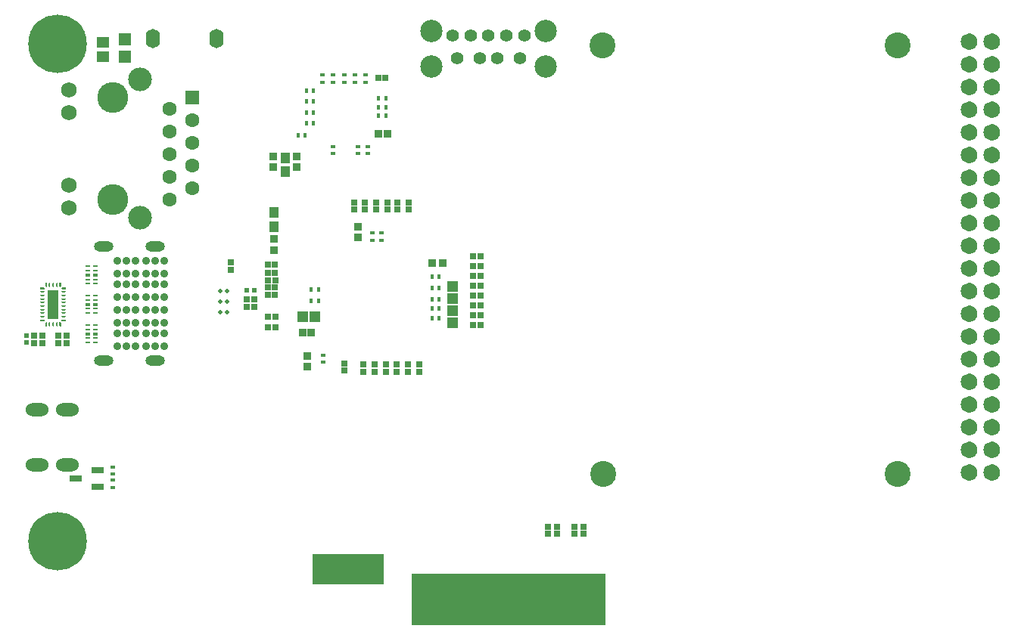
<source format=gbs>
G04*
G04 #@! TF.GenerationSoftware,Altium Limited,Altium Designer,24.6.1 (21)*
G04*
G04 Layer_Color=16711935*
%FSLAX44Y44*%
%MOMM*%
G71*
G04*
G04 #@! TF.SameCoordinates,8A5C2320-89B1-46AE-BF24-1CDB1CC95B2A*
G04*
G04*
G04 #@! TF.FilePolarity,Negative*
G04*
G01*
G75*
%ADD35R,0.5000X0.4000*%
G04:AMPARAMS|DCode=45|XSize=0.2mm|YSize=0.5mm|CornerRadius=0.05mm|HoleSize=0mm|Usage=FLASHONLY|Rotation=180.000|XOffset=0mm|YOffset=0mm|HoleType=Round|Shape=RoundedRectangle|*
%AMROUNDEDRECTD45*
21,1,0.2000,0.4000,0,0,180.0*
21,1,0.1000,0.5000,0,0,180.0*
1,1,0.1000,-0.0500,0.2000*
1,1,0.1000,0.0500,0.2000*
1,1,0.1000,0.0500,-0.2000*
1,1,0.1000,-0.0500,-0.2000*
%
%ADD45ROUNDEDRECTD45*%
G04:AMPARAMS|DCode=46|XSize=0.5mm|YSize=0.2mm|CornerRadius=0.05mm|HoleSize=0mm|Usage=FLASHONLY|Rotation=180.000|XOffset=0mm|YOffset=0mm|HoleType=Round|Shape=RoundedRectangle|*
%AMROUNDEDRECTD46*
21,1,0.5000,0.1000,0,0,180.0*
21,1,0.4000,0.2000,0,0,180.0*
1,1,0.1000,-0.2000,0.0500*
1,1,0.1000,0.2000,0.0500*
1,1,0.1000,0.2000,-0.0500*
1,1,0.1000,-0.2000,-0.0500*
%
%ADD46ROUNDEDRECTD46*%
G04:AMPARAMS|DCode=47|XSize=0.565mm|YSize=0.2mm|CornerRadius=0.05mm|HoleSize=0mm|Usage=FLASHONLY|Rotation=0.000|XOffset=0mm|YOffset=0mm|HoleType=Round|Shape=RoundedRectangle|*
%AMROUNDEDRECTD47*
21,1,0.5650,0.1000,0,0,0.0*
21,1,0.4650,0.2000,0,0,0.0*
1,1,0.1000,0.2325,-0.0500*
1,1,0.1000,-0.2325,-0.0500*
1,1,0.1000,-0.2325,0.0500*
1,1,0.1000,0.2325,0.0500*
%
%ADD47ROUNDEDRECTD47*%
%ADD63R,0.9051X0.9062*%
%ADD67R,0.4000X0.5000*%
%ADD76R,0.9062X0.9051*%
%ADD79R,0.5200X0.5200*%
%ADD89C,0.0000*%
%ADD90R,8.0000X3.4500*%
%ADD91R,21.7000X5.8500*%
%ADD93R,0.9144X4.3942*%
%ADD103R,0.7532X0.7532*%
G04:AMPARAMS|DCode=105|XSize=1.2mm|YSize=3.2mm|CornerRadius=0.048mm|HoleSize=0mm|Usage=FLASHONLY|Rotation=180.000|XOffset=0mm|YOffset=0mm|HoleType=Round|Shape=RoundedRectangle|*
%AMROUNDEDRECTD105*
21,1,1.2000,3.1040,0,0,180.0*
21,1,1.1040,3.2000,0,0,180.0*
1,1,0.0960,-0.5520,1.5520*
1,1,0.0960,0.5520,1.5520*
1,1,0.0960,0.5520,-1.5520*
1,1,0.0960,-0.5520,-1.5520*
%
%ADD105ROUNDEDRECTD105*%
G04:AMPARAMS|DCode=106|XSize=0.565mm|YSize=0.4mm|CornerRadius=0.05mm|HoleSize=0mm|Usage=FLASHONLY|Rotation=0.000|XOffset=0mm|YOffset=0mm|HoleType=Round|Shape=RoundedRectangle|*
%AMROUNDEDRECTD106*
21,1,0.5650,0.3000,0,0,0.0*
21,1,0.4650,0.4000,0,0,0.0*
1,1,0.1000,0.2325,-0.1500*
1,1,0.1000,-0.2325,-0.1500*
1,1,0.1000,-0.2325,0.1500*
1,1,0.1000,0.2325,0.1500*
%
%ADD106ROUNDEDRECTD106*%
%ADD107R,0.9032X0.8532*%
%ADD117R,0.6532X0.6532*%
%ADD118R,0.6532X0.6532*%
%ADD120R,0.8532X0.8532*%
%ADD123R,0.8032X0.7532*%
%ADD125O,2.2032X1.1176*%
%ADD126C,1.4112*%
%ADD127C,2.5032*%
%ADD128C,6.5532*%
G04:AMPARAMS|DCode=129|XSize=1.5mm|YSize=2.55mm|CornerRadius=0.75mm|HoleSize=0mm|Usage=FLASHONLY|Rotation=270.000|XOffset=0mm|YOffset=0mm|HoleType=Round|Shape=RoundedRectangle|*
%AMROUNDEDRECTD129*
21,1,1.5000,1.0500,0,0,270.0*
21,1,0.0000,2.5500,0,0,270.0*
1,1,1.5000,-0.5250,0.0000*
1,1,1.5000,-0.5250,0.0000*
1,1,1.5000,0.5250,0.0000*
1,1,1.5000,0.5250,0.0000*
%
%ADD129ROUNDEDRECTD129*%
%ADD130C,0.9032*%
%ADD131C,1.8232*%
%ADD132C,1.7332*%
%ADD133C,1.6012*%
%ADD134O,1.6032X2.1532*%
%ADD135R,1.6012X1.6012*%
%ADD136C,2.6482*%
%ADD137C,3.4532*%
%ADD138C,2.9032*%
%ADD139C,0.5000*%
%ADD170R,1.0582X1.3061*%
%ADD173R,1.3062X1.1544*%
%ADD175R,0.5200X0.5200*%
%ADD176R,1.1544X1.3062*%
%ADD178R,1.4621X1.3549*%
%ADD179R,1.4562X1.3046*%
%ADD182R,0.9144X3.4036*%
%ADD183R,1.4532X0.8032*%
%ADD184R,0.7532X0.7532*%
%ADD185R,0.7532X0.8032*%
%ADD186R,0.7032X0.6532*%
%ADD187R,0.7432X0.7832*%
G36*
X35500Y294500D02*
X35599D01*
X35783Y294424D01*
X35924Y294283D01*
X36000Y294099D01*
Y294000D01*
X36000D01*
Y290000D01*
X36000Y289900D01*
X35924Y289717D01*
X35783Y289576D01*
X35599Y289500D01*
X35500D01*
Y289500D01*
X34500Y289500D01*
X34400Y289500D01*
X34217Y289576D01*
X34076Y289717D01*
X34000Y289900D01*
X34000Y290000D01*
Y293600D01*
X34900Y294500D01*
X35500Y294500D01*
D02*
G37*
G36*
X33000Y297000D02*
X33099D01*
X33283Y296924D01*
X33424Y296783D01*
X33500Y296599D01*
Y296500D01*
X33500Y295900D01*
X32600Y295000D01*
X29000D01*
Y295000D01*
X28900Y295000D01*
X28717Y295076D01*
X28576Y295217D01*
X28500Y295401D01*
X28500Y295500D01*
X28500Y296500D01*
Y296599D01*
X28576Y296783D01*
X28717Y296924D01*
X28901Y297000D01*
X29000Y297000D01*
X33000Y297000D01*
Y297000D01*
D02*
G37*
G36*
X52000Y293600D02*
Y290000D01*
X52000D01*
X52000Y289900D01*
X51924Y289717D01*
X51783Y289576D01*
X51599Y289500D01*
X51500Y289500D01*
X50500Y289500D01*
X50401D01*
X50217Y289576D01*
X50076Y289717D01*
X50000Y289901D01*
X50000Y290000D01*
X50000Y294000D01*
Y294099D01*
X50076Y294283D01*
X50217Y294424D01*
X50401Y294500D01*
X50500D01*
X51100Y294500D01*
X52000Y293600D01*
D02*
G37*
G36*
X57000Y297000D02*
X57099Y297000D01*
X57283Y296924D01*
X57424Y296783D01*
X57500Y296599D01*
Y296500D01*
X57500D01*
X57500Y295500D01*
X57500Y295401D01*
X57424Y295217D01*
X57283Y295076D01*
X57099Y295000D01*
X57000Y295000D01*
X57000Y295000D01*
X53400D01*
X52500Y295900D01*
Y296500D01*
Y296599D01*
X52576Y296783D01*
X52717Y296924D01*
X52901Y297000D01*
X53000D01*
X53000Y297000D01*
X57000Y297000D01*
D02*
G37*
G36*
X29000Y333000D02*
X32600D01*
X33500Y332100D01*
X33500Y331500D01*
Y331401D01*
X33424Y331217D01*
X33283Y331076D01*
X33099Y331000D01*
X33000D01*
Y331000D01*
X29000D01*
X28901Y331000D01*
X28717Y331076D01*
X28576Y331217D01*
X28500Y331401D01*
Y331500D01*
Y331500D01*
X28500Y332500D01*
X28500Y332599D01*
X28576Y332783D01*
X28717Y332924D01*
X28900Y333000D01*
X29000Y333000D01*
D02*
G37*
G36*
X34500Y338500D02*
X35500Y338500D01*
Y338500D01*
X35599D01*
X35783Y338424D01*
X35924Y338283D01*
X36000Y338099D01*
X36000Y338000D01*
Y334000D01*
X36000Y334000D01*
Y333901D01*
X35924Y333717D01*
X35783Y333576D01*
X35599Y333500D01*
X34900D01*
X34000Y334400D01*
Y338000D01*
X34000Y338100D01*
X34076Y338283D01*
X34217Y338424D01*
X34400Y338500D01*
X34500Y338500D01*
D02*
G37*
G36*
X51783Y338424D02*
X51924Y338283D01*
X52000Y338100D01*
X52000Y338000D01*
X52000Y338000D01*
Y334400D01*
X51100Y333500D01*
X50401D01*
X50217Y333576D01*
X50076Y333717D01*
X50000Y333901D01*
Y334000D01*
Y334000D01*
X50000Y338000D01*
X50000Y338099D01*
X50076Y338283D01*
X50217Y338424D01*
X50401Y338500D01*
X50500D01*
X50500Y338500D01*
X51500Y338500D01*
X51599Y338500D01*
X51783Y338424D01*
D02*
G37*
G36*
X57283Y332924D02*
X57424Y332783D01*
X57500Y332599D01*
X57500Y332500D01*
X57500Y331500D01*
X57500Y331500D01*
Y331401D01*
X57424Y331217D01*
X57283Y331076D01*
X57099Y331000D01*
X57000Y331000D01*
X53000D01*
X53000Y331000D01*
X52901D01*
X52717Y331076D01*
X52576Y331217D01*
X52500Y331401D01*
Y331500D01*
Y332100D01*
X53400Y333000D01*
X57000D01*
X57099Y333000D01*
X57283Y332924D01*
D02*
G37*
G36*
X35500Y294500D02*
X35599D01*
X35783Y294424D01*
X35924Y294283D01*
X36000Y294099D01*
Y294000D01*
X36000D01*
Y290000D01*
X36000Y289900D01*
X35924Y289717D01*
X35783Y289576D01*
X35599Y289500D01*
X35500D01*
Y289500D01*
X34500Y289500D01*
X34400Y289500D01*
X34217Y289576D01*
X34076Y289717D01*
X34000Y289900D01*
X34000Y290000D01*
Y293600D01*
X34900Y294500D01*
X35500Y294500D01*
D02*
G37*
G36*
X52000Y293600D02*
Y290000D01*
X52000D01*
X52000Y289900D01*
X51924Y289717D01*
X51783Y289576D01*
X51599Y289500D01*
X51500Y289500D01*
X50500Y289500D01*
X50401D01*
X50217Y289576D01*
X50076Y289717D01*
X50000Y289901D01*
X50000Y290000D01*
X50000Y294000D01*
Y294099D01*
X50076Y294283D01*
X50217Y294424D01*
X50401Y294500D01*
X50500D01*
X51100Y294500D01*
X52000Y293600D01*
D02*
G37*
G36*
X34500Y338500D02*
X35500Y338500D01*
Y338500D01*
X35599D01*
X35783Y338424D01*
X35924Y338283D01*
X36000Y338099D01*
X36000Y338000D01*
Y334000D01*
X36000Y334000D01*
Y333901D01*
X35924Y333717D01*
X35783Y333576D01*
X35599Y333500D01*
X34900D01*
X34000Y334400D01*
Y338000D01*
X34000Y338100D01*
X34076Y338283D01*
X34217Y338424D01*
X34400Y338500D01*
X34500Y338500D01*
D02*
G37*
G36*
X51783Y338424D02*
X51924Y338283D01*
X52000Y338100D01*
X52000Y338000D01*
X52000Y338000D01*
Y334400D01*
X51100Y333500D01*
X50401D01*
X50217Y333576D01*
X50076Y333717D01*
X50000Y333901D01*
Y334000D01*
Y334000D01*
X50000Y338000D01*
X50000Y338099D01*
X50076Y338283D01*
X50217Y338424D01*
X50401Y338500D01*
X50500D01*
X50500Y338500D01*
X51500Y338500D01*
X51599Y338500D01*
X51783Y338424D01*
D02*
G37*
G36*
X33000Y297000D02*
X33099D01*
X33283Y296924D01*
X33424Y296783D01*
X33500Y296599D01*
Y296500D01*
X33500Y295900D01*
X32600Y295000D01*
X29000D01*
Y295000D01*
X28900Y295000D01*
X28717Y295076D01*
X28576Y295217D01*
X28500Y295401D01*
X28500Y295500D01*
X28500Y296500D01*
Y296599D01*
X28576Y296783D01*
X28717Y296924D01*
X28901Y297000D01*
X29000Y297000D01*
X33000Y297000D01*
Y297000D01*
D02*
G37*
G36*
X29000Y333000D02*
X32600D01*
X33500Y332100D01*
X33500Y331500D01*
Y331401D01*
X33424Y331217D01*
X33283Y331076D01*
X33099Y331000D01*
X33000D01*
Y331000D01*
X29000D01*
X28901Y331000D01*
X28717Y331076D01*
X28576Y331217D01*
X28500Y331401D01*
Y331500D01*
Y331500D01*
X28500Y332500D01*
X28500Y332599D01*
X28576Y332783D01*
X28717Y332924D01*
X28900Y333000D01*
X29000Y333000D01*
D02*
G37*
G36*
X57000Y297000D02*
X57099Y297000D01*
X57283Y296924D01*
X57424Y296783D01*
X57500Y296599D01*
Y296500D01*
X57500D01*
X57500Y295500D01*
X57500Y295401D01*
X57424Y295217D01*
X57283Y295076D01*
X57099Y295000D01*
X57000Y295000D01*
X57000Y295000D01*
X53400D01*
X52500Y295900D01*
Y296500D01*
Y296599D01*
X52576Y296783D01*
X52717Y296924D01*
X52901Y297000D01*
X53000D01*
X53000Y297000D01*
X57000Y297000D01*
D02*
G37*
G36*
X57283Y332924D02*
X57424Y332783D01*
X57500Y332599D01*
X57500Y332500D01*
X57500Y331500D01*
X57500Y331500D01*
Y331401D01*
X57424Y331217D01*
X57283Y331076D01*
X57099Y331000D01*
X57000Y331000D01*
X53000D01*
X53000Y331000D01*
X52901D01*
X52717Y331076D01*
X52576Y331217D01*
X52500Y331401D01*
Y331500D01*
Y332100D01*
X53400Y333000D01*
X57000D01*
X57099Y333000D01*
X57283Y332924D01*
D02*
G37*
G54D35*
X109500Y132000D02*
D03*
Y124000D02*
D03*
Y109000D02*
D03*
Y117000D02*
D03*
X392750Y570750D02*
D03*
X368750D02*
D03*
X384000Y483000D02*
D03*
X356500Y570750D02*
D03*
X400000Y386000D02*
D03*
X392750Y562750D02*
D03*
X380750D02*
D03*
X368750D02*
D03*
X356500D02*
D03*
X356000Y491000D02*
D03*
X410000Y394000D02*
D03*
X395000Y491000D02*
D03*
X400000Y394000D02*
D03*
X384000Y491000D02*
D03*
X344500Y562750D02*
D03*
X345000Y249000D02*
D03*
X410000Y386000D02*
D03*
X345000Y257000D02*
D03*
X380750Y570750D02*
D03*
X395000Y483000D02*
D03*
X344500Y570750D02*
D03*
X356000Y483000D02*
D03*
G54D45*
X39000Y336000D02*
D03*
X43000D02*
D03*
X47000D02*
D03*
Y292000D02*
D03*
X43000D02*
D03*
X39000D02*
D03*
G54D46*
X31000Y300000D02*
D03*
Y304000D02*
D03*
Y308000D02*
D03*
Y312000D02*
D03*
Y316000D02*
D03*
Y320000D02*
D03*
Y324000D02*
D03*
Y328000D02*
D03*
X55000D02*
D03*
Y324000D02*
D03*
Y320000D02*
D03*
Y316000D02*
D03*
Y312000D02*
D03*
Y308000D02*
D03*
Y304000D02*
D03*
Y300000D02*
D03*
G54D47*
X81650Y291000D02*
D03*
X90000D02*
D03*
X81650Y286000D02*
D03*
X90000D02*
D03*
X81650Y276000D02*
D03*
X90000D02*
D03*
X81650Y271000D02*
D03*
X90000D02*
D03*
X81825Y357000D02*
D03*
X90175D02*
D03*
X81825Y352000D02*
D03*
X90175D02*
D03*
Y342000D02*
D03*
X81825D02*
D03*
X90175Y337000D02*
D03*
X81825D02*
D03*
X90350Y319000D02*
D03*
X82000D02*
D03*
Y309000D02*
D03*
X90350D02*
D03*
Y304000D02*
D03*
X82000D02*
D03*
Y324000D02*
D03*
X90350D02*
D03*
G54D63*
X466994Y360000D02*
D03*
X479006D02*
D03*
G54D67*
X415000Y535000D02*
D03*
X407000D02*
D03*
X415000Y525000D02*
D03*
X326500Y553000D02*
D03*
Y528750D02*
D03*
Y517000D02*
D03*
X467000Y345000D02*
D03*
Y320000D02*
D03*
Y309000D02*
D03*
X475000D02*
D03*
Y345000D02*
D03*
Y320000D02*
D03*
Y332000D02*
D03*
X467000Y298000D02*
D03*
X407000Y545000D02*
D03*
Y525000D02*
D03*
X334500Y553000D02*
D03*
Y541000D02*
D03*
Y528750D02*
D03*
X325000Y503000D02*
D03*
X334500Y517000D02*
D03*
X332000Y318000D02*
D03*
Y331000D02*
D03*
X340000Y318000D02*
D03*
Y331000D02*
D03*
X467000Y332000D02*
D03*
X415000Y545000D02*
D03*
X326500Y541000D02*
D03*
X317000Y503000D02*
D03*
X475000Y298000D02*
D03*
G54D76*
X327000Y256006D02*
D03*
Y243994D02*
D03*
X290000Y387006D02*
D03*
Y374994D02*
D03*
X289500Y467494D02*
D03*
Y479506D02*
D03*
X315500D02*
D03*
Y467494D02*
D03*
X384000Y388994D02*
D03*
Y401006D02*
D03*
G54D79*
X259750Y329750D02*
D03*
X267750D02*
D03*
G54D89*
X1076211Y608600D02*
X1075828Y611138D01*
X1074714Y613451D01*
X1072969Y615332D01*
X1070746Y616615D01*
X1068243Y617187D01*
X1065684Y616995D01*
X1063295Y616057D01*
X1061288Y614457D01*
X1059842Y612336D01*
X1059086Y609883D01*
Y607317D01*
X1059842Y604864D01*
X1061288Y602743D01*
X1063295Y601143D01*
X1065684Y600205D01*
X1068243Y600014D01*
X1070746Y600585D01*
X1072969Y601868D01*
X1074714Y603750D01*
X1075828Y606062D01*
X1076211Y608600D01*
X1101611D02*
X1101228Y611138D01*
X1100114Y613451D01*
X1098369Y615332D01*
X1096146Y616615D01*
X1093643Y617187D01*
X1091084Y616995D01*
X1088695Y616057D01*
X1086688Y614457D01*
X1085242Y612336D01*
X1084486Y609883D01*
Y607317D01*
X1085242Y604864D01*
X1086688Y602743D01*
X1088695Y601143D01*
X1091084Y600205D01*
X1093643Y600014D01*
X1096146Y600585D01*
X1098369Y601868D01*
X1100114Y603750D01*
X1101228Y606062D01*
X1101611Y608600D01*
X1076211Y583200D02*
X1075828Y585738D01*
X1074714Y588050D01*
X1072969Y589932D01*
X1070746Y591215D01*
X1068243Y591786D01*
X1065684Y591595D01*
X1063295Y590657D01*
X1061288Y589057D01*
X1059842Y586936D01*
X1059086Y584483D01*
Y581917D01*
X1059842Y579464D01*
X1061288Y577343D01*
X1063295Y575743D01*
X1065684Y574805D01*
X1068243Y574613D01*
X1070746Y575185D01*
X1072969Y576468D01*
X1074714Y578349D01*
X1075828Y580662D01*
X1076211Y583200D01*
X1101611D02*
X1101228Y585738D01*
X1100114Y588050D01*
X1098369Y589932D01*
X1096146Y591215D01*
X1093643Y591786D01*
X1091084Y591595D01*
X1088695Y590657D01*
X1086688Y589057D01*
X1085242Y586936D01*
X1084486Y584483D01*
Y581917D01*
X1085242Y579464D01*
X1086688Y577343D01*
X1088695Y575743D01*
X1091084Y574805D01*
X1093643Y574613D01*
X1096146Y575185D01*
X1098369Y576468D01*
X1100114Y578349D01*
X1101228Y580662D01*
X1101611Y583200D01*
X1076211Y557800D02*
X1075828Y560338D01*
X1074714Y562650D01*
X1072969Y564532D01*
X1070746Y565815D01*
X1068243Y566386D01*
X1065684Y566195D01*
X1063295Y565257D01*
X1061288Y563657D01*
X1059842Y561536D01*
X1059086Y559083D01*
Y556517D01*
X1059842Y554064D01*
X1061288Y551943D01*
X1063295Y550343D01*
X1065684Y549405D01*
X1068243Y549213D01*
X1070746Y549785D01*
X1072969Y551068D01*
X1074714Y552949D01*
X1075828Y555262D01*
X1076211Y557800D01*
X1101611D02*
X1101228Y560338D01*
X1100114Y562650D01*
X1098369Y564532D01*
X1096146Y565815D01*
X1093643Y566386D01*
X1091084Y566195D01*
X1088695Y565257D01*
X1086688Y563657D01*
X1085242Y561536D01*
X1084486Y559083D01*
Y556517D01*
X1085242Y554064D01*
X1086688Y551943D01*
X1088695Y550343D01*
X1091084Y549405D01*
X1093643Y549213D01*
X1096146Y549785D01*
X1098369Y551068D01*
X1100114Y552949D01*
X1101228Y555262D01*
X1101611Y557800D01*
X1076211Y532400D02*
X1075828Y534938D01*
X1074714Y537251D01*
X1072969Y539132D01*
X1070746Y540415D01*
X1068243Y540987D01*
X1065684Y540795D01*
X1063295Y539857D01*
X1061288Y538257D01*
X1059842Y536136D01*
X1059086Y533683D01*
Y531117D01*
X1059842Y528664D01*
X1061288Y526543D01*
X1063295Y524943D01*
X1065684Y524005D01*
X1068243Y523814D01*
X1070746Y524385D01*
X1072969Y525668D01*
X1074714Y527550D01*
X1075828Y529862D01*
X1076211Y532400D01*
X1101611D02*
X1101228Y534938D01*
X1100114Y537251D01*
X1098369Y539132D01*
X1096146Y540415D01*
X1093643Y540987D01*
X1091084Y540795D01*
X1088695Y539857D01*
X1086688Y538257D01*
X1085242Y536136D01*
X1084486Y533683D01*
Y531117D01*
X1085242Y528664D01*
X1086688Y526543D01*
X1088695Y524943D01*
X1091084Y524005D01*
X1093643Y523814D01*
X1096146Y524385D01*
X1098369Y525668D01*
X1100114Y527550D01*
X1101228Y529862D01*
X1101611Y532400D01*
X1076211Y507000D02*
X1075828Y509538D01*
X1074714Y511851D01*
X1072969Y513732D01*
X1070746Y515015D01*
X1068243Y515587D01*
X1065684Y515395D01*
X1063295Y514457D01*
X1061288Y512857D01*
X1059842Y510736D01*
X1059086Y508283D01*
Y505717D01*
X1059842Y503264D01*
X1061288Y501143D01*
X1063295Y499543D01*
X1065684Y498605D01*
X1068243Y498414D01*
X1070746Y498985D01*
X1072969Y500268D01*
X1074714Y502150D01*
X1075828Y504462D01*
X1076211Y507000D01*
X1101611D02*
X1101228Y509538D01*
X1100114Y511851D01*
X1098369Y513732D01*
X1096146Y515015D01*
X1093643Y515587D01*
X1091084Y515395D01*
X1088695Y514457D01*
X1086688Y512857D01*
X1085242Y510736D01*
X1084486Y508283D01*
Y505717D01*
X1085242Y503264D01*
X1086688Y501143D01*
X1088695Y499543D01*
X1091084Y498605D01*
X1093643Y498414D01*
X1096146Y498985D01*
X1098369Y500268D01*
X1100114Y502150D01*
X1101228Y504462D01*
X1101611Y507000D01*
X1076211Y481600D02*
X1075828Y484138D01*
X1074714Y486451D01*
X1072969Y488332D01*
X1070746Y489615D01*
X1068243Y490187D01*
X1065684Y489995D01*
X1063295Y489057D01*
X1061288Y487457D01*
X1059842Y485336D01*
X1059086Y482883D01*
Y480317D01*
X1059842Y477864D01*
X1061288Y475743D01*
X1063295Y474143D01*
X1065684Y473205D01*
X1068243Y473013D01*
X1070746Y473585D01*
X1072969Y474868D01*
X1074714Y476749D01*
X1075828Y479062D01*
X1076211Y481600D01*
X1101611D02*
X1101228Y484138D01*
X1100114Y486451D01*
X1098369Y488332D01*
X1096146Y489615D01*
X1093643Y490187D01*
X1091084Y489995D01*
X1088695Y489057D01*
X1086688Y487457D01*
X1085242Y485336D01*
X1084486Y482883D01*
Y480317D01*
X1085242Y477864D01*
X1086688Y475743D01*
X1088695Y474143D01*
X1091084Y473205D01*
X1093643Y473013D01*
X1096146Y473585D01*
X1098369Y474868D01*
X1100114Y476749D01*
X1101228Y479062D01*
X1101611Y481600D01*
X1076211Y456200D02*
X1075828Y458738D01*
X1074714Y461050D01*
X1072969Y462932D01*
X1070746Y464215D01*
X1068243Y464786D01*
X1065684Y464595D01*
X1063295Y463657D01*
X1061288Y462057D01*
X1059842Y459936D01*
X1059086Y457483D01*
Y454917D01*
X1059842Y452464D01*
X1061288Y450343D01*
X1063295Y448743D01*
X1065684Y447805D01*
X1068243Y447613D01*
X1070746Y448185D01*
X1072969Y449468D01*
X1074714Y451349D01*
X1075828Y453662D01*
X1076211Y456200D01*
X1101611D02*
X1101228Y458738D01*
X1100114Y461050D01*
X1098369Y462932D01*
X1096146Y464215D01*
X1093643Y464786D01*
X1091084Y464595D01*
X1088695Y463657D01*
X1086688Y462057D01*
X1085242Y459936D01*
X1084486Y457483D01*
Y454917D01*
X1085242Y452464D01*
X1086688Y450343D01*
X1088695Y448743D01*
X1091084Y447805D01*
X1093643Y447613D01*
X1096146Y448185D01*
X1098369Y449468D01*
X1100114Y451349D01*
X1101228Y453662D01*
X1101611Y456200D01*
X1076211Y430800D02*
X1075828Y433338D01*
X1074714Y435650D01*
X1072969Y437532D01*
X1070746Y438815D01*
X1068243Y439386D01*
X1065684Y439195D01*
X1063295Y438257D01*
X1061288Y436657D01*
X1059842Y434536D01*
X1059086Y432083D01*
Y429517D01*
X1059842Y427064D01*
X1061288Y424943D01*
X1063295Y423343D01*
X1065684Y422405D01*
X1068243Y422214D01*
X1070746Y422785D01*
X1072969Y424068D01*
X1074714Y425950D01*
X1075828Y428262D01*
X1076211Y430800D01*
X1101611D02*
X1101228Y433338D01*
X1100114Y435650D01*
X1098369Y437532D01*
X1096146Y438815D01*
X1093643Y439386D01*
X1091084Y439195D01*
X1088695Y438257D01*
X1086688Y436657D01*
X1085242Y434536D01*
X1084486Y432083D01*
Y429517D01*
X1085242Y427064D01*
X1086688Y424943D01*
X1088695Y423343D01*
X1091084Y422405D01*
X1093643Y422214D01*
X1096146Y422785D01*
X1098369Y424068D01*
X1100114Y425950D01*
X1101228Y428262D01*
X1101611Y430800D01*
X1076211Y405400D02*
X1075828Y407938D01*
X1074714Y410251D01*
X1072969Y412132D01*
X1070746Y413415D01*
X1068243Y413987D01*
X1065684Y413795D01*
X1063295Y412857D01*
X1061288Y411257D01*
X1059842Y409136D01*
X1059086Y406683D01*
Y404117D01*
X1059842Y401664D01*
X1061288Y399543D01*
X1063295Y397943D01*
X1065684Y397005D01*
X1068243Y396814D01*
X1070746Y397385D01*
X1072969Y398668D01*
X1074714Y400550D01*
X1075828Y402862D01*
X1076211Y405400D01*
X1101611D02*
X1101228Y407938D01*
X1100114Y410251D01*
X1098369Y412132D01*
X1096146Y413415D01*
X1093643Y413987D01*
X1091084Y413795D01*
X1088695Y412857D01*
X1086688Y411257D01*
X1085242Y409136D01*
X1084486Y406683D01*
Y404117D01*
X1085242Y401664D01*
X1086688Y399543D01*
X1088695Y397943D01*
X1091084Y397005D01*
X1093643Y396814D01*
X1096146Y397385D01*
X1098369Y398668D01*
X1100114Y400550D01*
X1101228Y402862D01*
X1101611Y405400D01*
X1076211Y380000D02*
X1075828Y382538D01*
X1074714Y384851D01*
X1072969Y386732D01*
X1070746Y388015D01*
X1068243Y388587D01*
X1065684Y388395D01*
X1063295Y387457D01*
X1061288Y385857D01*
X1059842Y383736D01*
X1059086Y381283D01*
Y378717D01*
X1059842Y376264D01*
X1061288Y374143D01*
X1063295Y372543D01*
X1065684Y371605D01*
X1068243Y371413D01*
X1070746Y371985D01*
X1072969Y373268D01*
X1074714Y375149D01*
X1075828Y377462D01*
X1076211Y380000D01*
X1101611D02*
X1101228Y382538D01*
X1100114Y384851D01*
X1098369Y386732D01*
X1096146Y388015D01*
X1093643Y388587D01*
X1091084Y388395D01*
X1088695Y387457D01*
X1086688Y385857D01*
X1085242Y383736D01*
X1084486Y381283D01*
Y378717D01*
X1085242Y376264D01*
X1086688Y374143D01*
X1088695Y372543D01*
X1091084Y371605D01*
X1093643Y371413D01*
X1096146Y371985D01*
X1098369Y373268D01*
X1100114Y375149D01*
X1101228Y377462D01*
X1101611Y380000D01*
X1076211Y354600D02*
X1075828Y357138D01*
X1074714Y359450D01*
X1072969Y361332D01*
X1070746Y362615D01*
X1068243Y363186D01*
X1065684Y362995D01*
X1063295Y362057D01*
X1061288Y360457D01*
X1059842Y358336D01*
X1059086Y355883D01*
Y353317D01*
X1059842Y350864D01*
X1061288Y348743D01*
X1063295Y347143D01*
X1065684Y346205D01*
X1068243Y346013D01*
X1070746Y346585D01*
X1072969Y347868D01*
X1074714Y349749D01*
X1075828Y352062D01*
X1076211Y354600D01*
X1101611D02*
X1101228Y357138D01*
X1100114Y359450D01*
X1098369Y361332D01*
X1096146Y362615D01*
X1093643Y363186D01*
X1091084Y362995D01*
X1088695Y362057D01*
X1086688Y360457D01*
X1085242Y358336D01*
X1084486Y355883D01*
Y353317D01*
X1085242Y350864D01*
X1086688Y348743D01*
X1088695Y347143D01*
X1091084Y346205D01*
X1093643Y346013D01*
X1096146Y346585D01*
X1098369Y347868D01*
X1100114Y349749D01*
X1101228Y352062D01*
X1101611Y354600D01*
X1076211Y329200D02*
X1075828Y331738D01*
X1074714Y334050D01*
X1072969Y335932D01*
X1070746Y337215D01*
X1068243Y337786D01*
X1065684Y337595D01*
X1063295Y336657D01*
X1061288Y335057D01*
X1059842Y332936D01*
X1059086Y330483D01*
Y327917D01*
X1059842Y325464D01*
X1061288Y323343D01*
X1063295Y321743D01*
X1065684Y320805D01*
X1068243Y320614D01*
X1070746Y321185D01*
X1072969Y322468D01*
X1074714Y324350D01*
X1075828Y326662D01*
X1076211Y329200D01*
X1101611D02*
X1101228Y331738D01*
X1100114Y334050D01*
X1098369Y335932D01*
X1096146Y337215D01*
X1093643Y337786D01*
X1091084Y337595D01*
X1088695Y336657D01*
X1086688Y335057D01*
X1085242Y332936D01*
X1084486Y330483D01*
Y327917D01*
X1085242Y325464D01*
X1086688Y323343D01*
X1088695Y321743D01*
X1091084Y320805D01*
X1093643Y320614D01*
X1096146Y321185D01*
X1098369Y322468D01*
X1100114Y324350D01*
X1101228Y326662D01*
X1101611Y329200D01*
X1076211Y303800D02*
X1075828Y306338D01*
X1074714Y308650D01*
X1072969Y310532D01*
X1070746Y311815D01*
X1068243Y312386D01*
X1065684Y312195D01*
X1063295Y311257D01*
X1061288Y309657D01*
X1059842Y307536D01*
X1059086Y305083D01*
Y302517D01*
X1059842Y300064D01*
X1061288Y297943D01*
X1063295Y296343D01*
X1065684Y295405D01*
X1068243Y295214D01*
X1070746Y295785D01*
X1072969Y297068D01*
X1074714Y298950D01*
X1075828Y301262D01*
X1076211Y303800D01*
X1101611D02*
X1101228Y306338D01*
X1100114Y308650D01*
X1098369Y310532D01*
X1096146Y311815D01*
X1093643Y312386D01*
X1091084Y312195D01*
X1088695Y311257D01*
X1086688Y309657D01*
X1085242Y307536D01*
X1084486Y305083D01*
Y302517D01*
X1085242Y300064D01*
X1086688Y297943D01*
X1088695Y296343D01*
X1091084Y295405D01*
X1093643Y295214D01*
X1096146Y295785D01*
X1098369Y297068D01*
X1100114Y298950D01*
X1101228Y301262D01*
X1101611Y303800D01*
X1076211Y278400D02*
X1075828Y280938D01*
X1074714Y283251D01*
X1072969Y285132D01*
X1070746Y286415D01*
X1068243Y286987D01*
X1065684Y286795D01*
X1063295Y285857D01*
X1061288Y284257D01*
X1059842Y282136D01*
X1059086Y279683D01*
Y277117D01*
X1059842Y274664D01*
X1061288Y272543D01*
X1063295Y270943D01*
X1065684Y270005D01*
X1068243Y269813D01*
X1070746Y270385D01*
X1072969Y271668D01*
X1074714Y273549D01*
X1075828Y275862D01*
X1076211Y278400D01*
X1101611D02*
X1101228Y280938D01*
X1100114Y283251D01*
X1098369Y285132D01*
X1096146Y286415D01*
X1093643Y286987D01*
X1091084Y286795D01*
X1088695Y285857D01*
X1086688Y284257D01*
X1085242Y282136D01*
X1084486Y279683D01*
Y277117D01*
X1085242Y274664D01*
X1086688Y272543D01*
X1088695Y270943D01*
X1091084Y270005D01*
X1093643Y269813D01*
X1096146Y270385D01*
X1098369Y271668D01*
X1100114Y273549D01*
X1101228Y275862D01*
X1101611Y278400D01*
X1076211Y253000D02*
X1075828Y255538D01*
X1074714Y257850D01*
X1072969Y259732D01*
X1070746Y261015D01*
X1068243Y261586D01*
X1065684Y261395D01*
X1063295Y260457D01*
X1061288Y258857D01*
X1059842Y256736D01*
X1059086Y254283D01*
Y251717D01*
X1059842Y249264D01*
X1061288Y247143D01*
X1063295Y245543D01*
X1065684Y244605D01*
X1068243Y244414D01*
X1070746Y244985D01*
X1072969Y246268D01*
X1074714Y248150D01*
X1075828Y250462D01*
X1076211Y253000D01*
X1101611D02*
X1101228Y255538D01*
X1100114Y257850D01*
X1098369Y259732D01*
X1096146Y261015D01*
X1093643Y261586D01*
X1091084Y261395D01*
X1088695Y260457D01*
X1086688Y258857D01*
X1085242Y256736D01*
X1084486Y254283D01*
Y251717D01*
X1085242Y249264D01*
X1086688Y247143D01*
X1088695Y245543D01*
X1091084Y244605D01*
X1093643Y244414D01*
X1096146Y244985D01*
X1098369Y246268D01*
X1100114Y248150D01*
X1101228Y250462D01*
X1101611Y253000D01*
X1076211Y227600D02*
X1075828Y230138D01*
X1074714Y232451D01*
X1072969Y234332D01*
X1070746Y235615D01*
X1068243Y236187D01*
X1065684Y235995D01*
X1063295Y235057D01*
X1061288Y233457D01*
X1059842Y231336D01*
X1059086Y228883D01*
Y226317D01*
X1059842Y223864D01*
X1061288Y221743D01*
X1063295Y220143D01*
X1065684Y219205D01*
X1068243Y219014D01*
X1070746Y219585D01*
X1072969Y220868D01*
X1074714Y222750D01*
X1075828Y225062D01*
X1076211Y227600D01*
X1101611D02*
X1101228Y230138D01*
X1100114Y232451D01*
X1098369Y234332D01*
X1096146Y235615D01*
X1093643Y236187D01*
X1091084Y235995D01*
X1088695Y235057D01*
X1086688Y233457D01*
X1085242Y231336D01*
X1084486Y228883D01*
Y226317D01*
X1085242Y223864D01*
X1086688Y221743D01*
X1088695Y220143D01*
X1091084Y219205D01*
X1093643Y219014D01*
X1096146Y219585D01*
X1098369Y220868D01*
X1100114Y222750D01*
X1101228Y225062D01*
X1101611Y227600D01*
X1076211Y202200D02*
X1075828Y204738D01*
X1074714Y207050D01*
X1072969Y208932D01*
X1070746Y210215D01*
X1068243Y210786D01*
X1065684Y210595D01*
X1063295Y209657D01*
X1061288Y208057D01*
X1059842Y205936D01*
X1059086Y203483D01*
Y200917D01*
X1059842Y198464D01*
X1061288Y196343D01*
X1063295Y194743D01*
X1065684Y193805D01*
X1068243Y193613D01*
X1070746Y194185D01*
X1072969Y195468D01*
X1074714Y197349D01*
X1075828Y199662D01*
X1076211Y202200D01*
X1101611D02*
X1101228Y204738D01*
X1100114Y207050D01*
X1098369Y208932D01*
X1096146Y210215D01*
X1093643Y210786D01*
X1091084Y210595D01*
X1088695Y209657D01*
X1086688Y208057D01*
X1085242Y205936D01*
X1084486Y203483D01*
Y200917D01*
X1085242Y198464D01*
X1086688Y196343D01*
X1088695Y194743D01*
X1091084Y193805D01*
X1093643Y193613D01*
X1096146Y194185D01*
X1098369Y195468D01*
X1100114Y197349D01*
X1101228Y199662D01*
X1101611Y202200D01*
X1076211Y176800D02*
X1075828Y179338D01*
X1074714Y181651D01*
X1072969Y183532D01*
X1070746Y184815D01*
X1068243Y185387D01*
X1065684Y185195D01*
X1063295Y184257D01*
X1061288Y182657D01*
X1059842Y180536D01*
X1059086Y178083D01*
Y175517D01*
X1059842Y173064D01*
X1061288Y170943D01*
X1063295Y169343D01*
X1065684Y168405D01*
X1068243Y168214D01*
X1070746Y168785D01*
X1072969Y170068D01*
X1074714Y171950D01*
X1075828Y174262D01*
X1076211Y176800D01*
X1101611D02*
X1101228Y179338D01*
X1100114Y181651D01*
X1098369Y183532D01*
X1096146Y184815D01*
X1093643Y185387D01*
X1091084Y185195D01*
X1088695Y184257D01*
X1086688Y182657D01*
X1085242Y180536D01*
X1084486Y178083D01*
Y175517D01*
X1085242Y173064D01*
X1086688Y170943D01*
X1088695Y169343D01*
X1091084Y168405D01*
X1093643Y168214D01*
X1096146Y168785D01*
X1098369Y170068D01*
X1100114Y171950D01*
X1101228Y174262D01*
X1101611Y176800D01*
X1076211Y151400D02*
X1075828Y153938D01*
X1074714Y156250D01*
X1072969Y158132D01*
X1070746Y159415D01*
X1068243Y159986D01*
X1065684Y159795D01*
X1063295Y158857D01*
X1061288Y157257D01*
X1059842Y155136D01*
X1059086Y152683D01*
Y150117D01*
X1059842Y147664D01*
X1061288Y145543D01*
X1063295Y143943D01*
X1065684Y143005D01*
X1068243Y142814D01*
X1070746Y143385D01*
X1072969Y144668D01*
X1074714Y146550D01*
X1075828Y148862D01*
X1076211Y151400D01*
X1101611D02*
X1101228Y153938D01*
X1100114Y156250D01*
X1098369Y158132D01*
X1096146Y159415D01*
X1093643Y159986D01*
X1091084Y159795D01*
X1088695Y158857D01*
X1086688Y157257D01*
X1085242Y155136D01*
X1084486Y152683D01*
Y150117D01*
X1085242Y147664D01*
X1086688Y145543D01*
X1088695Y143943D01*
X1091084Y143005D01*
X1093643Y142814D01*
X1096146Y143385D01*
X1098369Y144668D01*
X1100114Y146550D01*
X1101228Y148862D01*
X1101611Y151400D01*
X1076211Y126000D02*
X1075828Y128538D01*
X1074714Y130850D01*
X1072969Y132732D01*
X1070746Y134015D01*
X1068243Y134586D01*
X1065684Y134395D01*
X1063295Y133457D01*
X1061288Y131857D01*
X1059842Y129736D01*
X1059086Y127283D01*
Y124717D01*
X1059842Y122264D01*
X1061288Y120143D01*
X1063295Y118543D01*
X1065684Y117605D01*
X1068243Y117414D01*
X1070746Y117985D01*
X1072969Y119268D01*
X1074714Y121150D01*
X1075828Y123462D01*
X1076211Y126000D01*
X1101611D02*
X1101228Y128538D01*
X1100114Y130850D01*
X1098369Y132732D01*
X1096146Y134015D01*
X1093643Y134586D01*
X1091084Y134395D01*
X1088695Y133457D01*
X1086688Y131857D01*
X1085242Y129736D01*
X1084486Y127283D01*
Y124717D01*
X1085242Y122264D01*
X1086688Y120143D01*
X1088695Y118543D01*
X1091084Y117605D01*
X1093643Y117414D01*
X1096146Y117985D01*
X1098369Y119268D01*
X1100114Y121150D01*
X1101228Y123462D01*
X1101611Y126000D01*
G54D90*
X373500Y17250D02*
D03*
G54D91*
X552500Y-16750D02*
D03*
G54D93*
X496514Y-9906D02*
D03*
X506514D02*
D03*
X516514D02*
D03*
X526514D02*
D03*
X626514D02*
D03*
X636514D02*
D03*
X596514D02*
D03*
X606514D02*
D03*
X556514D02*
D03*
X486514D02*
D03*
X616514D02*
D03*
X586514D02*
D03*
X646514D02*
D03*
X466514D02*
D03*
X476514D02*
D03*
X546514D02*
D03*
X536514D02*
D03*
G54D103*
X242000Y352250D02*
D03*
Y361250D02*
D03*
X48750Y279250D02*
D03*
Y270250D02*
D03*
X57750Y279250D02*
D03*
Y270250D02*
D03*
X31250Y279250D02*
D03*
Y270250D02*
D03*
G54D105*
X43000Y314000D02*
D03*
G54D106*
X81650Y281000D02*
D03*
X90000D02*
D03*
X90175Y347000D02*
D03*
X81825D02*
D03*
X82000Y314000D02*
D03*
X90350D02*
D03*
G54D107*
X407250Y505000D02*
D03*
X416750D02*
D03*
G54D117*
X452500Y246500D02*
D03*
Y238500D02*
D03*
X440000Y246500D02*
D03*
Y238500D02*
D03*
X427500Y246500D02*
D03*
Y238500D02*
D03*
X415000Y246500D02*
D03*
Y238500D02*
D03*
X402500Y246500D02*
D03*
Y238500D02*
D03*
X390000Y246500D02*
D03*
Y238500D02*
D03*
X369000Y248000D02*
D03*
Y240000D02*
D03*
X441000Y428000D02*
D03*
X428454D02*
D03*
X416727D02*
D03*
X391909D02*
D03*
X404182D02*
D03*
X379636D02*
D03*
X441000Y420000D02*
D03*
X416727D02*
D03*
X428454D02*
D03*
X404182D02*
D03*
X391909D02*
D03*
X379636D02*
D03*
G54D118*
X513000Y368000D02*
D03*
X521000D02*
D03*
X283250Y324750D02*
D03*
X283250Y332818D02*
D03*
X283500Y340750D02*
D03*
X521000Y291000D02*
D03*
Y302000D02*
D03*
X283250Y348887D02*
D03*
Y358409D02*
D03*
X521000Y357000D02*
D03*
Y346000D02*
D03*
Y313000D02*
D03*
Y324000D02*
D03*
X521000Y335000D02*
D03*
X283500Y300000D02*
D03*
X283500Y288000D02*
D03*
X291500D02*
D03*
X291250Y348887D02*
D03*
Y358409D02*
D03*
X291250Y332818D02*
D03*
X291250Y324750D02*
D03*
X291500Y340750D02*
D03*
Y300000D02*
D03*
X513000Y302000D02*
D03*
Y346000D02*
D03*
Y357000D02*
D03*
Y313000D02*
D03*
Y324000D02*
D03*
X513000Y335000D02*
D03*
X513000Y291000D02*
D03*
G54D120*
X322000Y282000D02*
D03*
X332000D02*
D03*
G54D123*
X259500Y320000D02*
D03*
X268000D02*
D03*
G54D125*
X156800Y378500D02*
D03*
X100000Y251000D02*
D03*
X156800D02*
D03*
X100000Y378500D02*
D03*
G54D126*
X530000Y615000D02*
D03*
X510000D02*
D03*
X490000D02*
D03*
X550000D02*
D03*
X570000D02*
D03*
X565000Y590000D02*
D03*
X520000D02*
D03*
X540000D02*
D03*
X495000D02*
D03*
G54D127*
X594000Y580000D02*
D03*
Y620000D02*
D03*
X466000Y580000D02*
D03*
Y620000D02*
D03*
G54D128*
X48018Y605540D02*
D03*
X48018Y48500D02*
D03*
G54D129*
X59100Y134000D02*
D03*
Y196000D02*
D03*
X25500Y134000D02*
D03*
Y196000D02*
D03*
G54D130*
X167000Y362500D02*
D03*
Y348000D02*
D03*
Y336500D02*
D03*
Y322000D02*
D03*
Y307500D02*
D03*
Y293000D02*
D03*
Y281500D02*
D03*
Y267000D02*
D03*
X157000Y362500D02*
D03*
Y348000D02*
D03*
Y336500D02*
D03*
Y322000D02*
D03*
Y307500D02*
D03*
Y293000D02*
D03*
Y281500D02*
D03*
Y267000D02*
D03*
X147000Y362500D02*
D03*
Y348000D02*
D03*
Y336500D02*
D03*
Y322000D02*
D03*
Y307500D02*
D03*
Y293000D02*
D03*
Y281500D02*
D03*
Y267000D02*
D03*
X135000Y362500D02*
D03*
Y348000D02*
D03*
Y336500D02*
D03*
Y322000D02*
D03*
Y307500D02*
D03*
Y293000D02*
D03*
Y281500D02*
D03*
Y267000D02*
D03*
X125000Y362500D02*
D03*
Y348000D02*
D03*
Y336500D02*
D03*
Y322000D02*
D03*
Y307500D02*
D03*
Y293000D02*
D03*
Y281500D02*
D03*
Y267000D02*
D03*
X115000Y362500D02*
D03*
Y348000D02*
D03*
Y336500D02*
D03*
Y322000D02*
D03*
Y307500D02*
D03*
Y293000D02*
D03*
Y281500D02*
D03*
Y267000D02*
D03*
G54D131*
X1067600Y608600D02*
D03*
X1093000D02*
D03*
X1067600Y583200D02*
D03*
X1093000D02*
D03*
X1067600Y557800D02*
D03*
X1093000D02*
D03*
X1067600Y532400D02*
D03*
X1093000D02*
D03*
X1067600Y507000D02*
D03*
X1093000D02*
D03*
X1067600Y481600D02*
D03*
X1093000D02*
D03*
X1067600Y456200D02*
D03*
X1093000D02*
D03*
X1067600Y430800D02*
D03*
X1093000D02*
D03*
X1067600Y405400D02*
D03*
X1093000D02*
D03*
X1067600Y380000D02*
D03*
X1093000D02*
D03*
X1067600Y354600D02*
D03*
X1093000D02*
D03*
X1067600Y329200D02*
D03*
X1093000D02*
D03*
X1067600Y303800D02*
D03*
X1093000D02*
D03*
X1067600Y278400D02*
D03*
X1093000D02*
D03*
X1067600Y253000D02*
D03*
X1093000D02*
D03*
X1067600Y227600D02*
D03*
X1093000D02*
D03*
X1067600Y202200D02*
D03*
X1093000D02*
D03*
X1067600Y176800D02*
D03*
X1093000D02*
D03*
X1067600Y151400D02*
D03*
X1093000D02*
D03*
X1067600Y126000D02*
D03*
X1093000D02*
D03*
G54D132*
X60500Y421900D02*
D03*
Y554400D02*
D03*
Y529000D02*
D03*
Y447300D02*
D03*
G54D133*
X198400Y519950D02*
D03*
X173000Y532550D02*
D03*
X198400Y469150D02*
D03*
X173000Y507150D02*
D03*
Y481750D02*
D03*
X198400Y494550D02*
D03*
Y443750D02*
D03*
X173000Y456350D02*
D03*
Y430950D02*
D03*
G54D134*
X225750Y611950D02*
D03*
X154250D02*
D03*
G54D135*
X198400Y545350D02*
D03*
G54D136*
X140000Y565600D02*
D03*
Y410700D02*
D03*
G54D137*
X109500Y545300D02*
D03*
Y431000D02*
D03*
G54D138*
X988011Y123808D02*
D03*
Y603808D02*
D03*
X658011Y123808D02*
D03*
X657975Y603808D02*
D03*
G54D139*
X230250Y329000D02*
D03*
Y317000D02*
D03*
Y305000D02*
D03*
X237250Y329000D02*
D03*
Y317000D02*
D03*
Y305000D02*
D03*
X39500Y302000D02*
D03*
Y314000D02*
D03*
Y326000D02*
D03*
X46500Y302000D02*
D03*
Y314000D02*
D03*
Y326000D02*
D03*
G54D170*
X290000Y401239D02*
D03*
Y416761D02*
D03*
X302500Y462500D02*
D03*
Y478022D02*
D03*
G54D173*
X490000Y307000D02*
D03*
Y293482D02*
D03*
Y320241D02*
D03*
Y333759D02*
D03*
G54D175*
X13500Y271000D02*
D03*
Y279000D02*
D03*
G54D176*
X322241Y300000D02*
D03*
X335759D02*
D03*
G54D178*
X123500Y610756D02*
D03*
Y591244D02*
D03*
G54D179*
X98500Y607308D02*
D03*
Y591192D02*
D03*
G54D182*
X456514Y-4953D02*
D03*
G54D183*
X93000Y128520D02*
D03*
Y109480D02*
D03*
X68000Y119000D02*
D03*
G54D184*
X259250Y311000D02*
D03*
X268250D02*
D03*
G54D185*
X22000Y270500D02*
D03*
Y279000D02*
D03*
G54D186*
X407000Y568000D02*
D03*
X414500D02*
D03*
G54D187*
X606514Y64900D02*
D03*
X596514D02*
D03*
X606514Y57100D02*
D03*
X596514D02*
D03*
X636514D02*
D03*
X626514D02*
D03*
X636514Y64900D02*
D03*
X626514D02*
D03*
M02*

</source>
